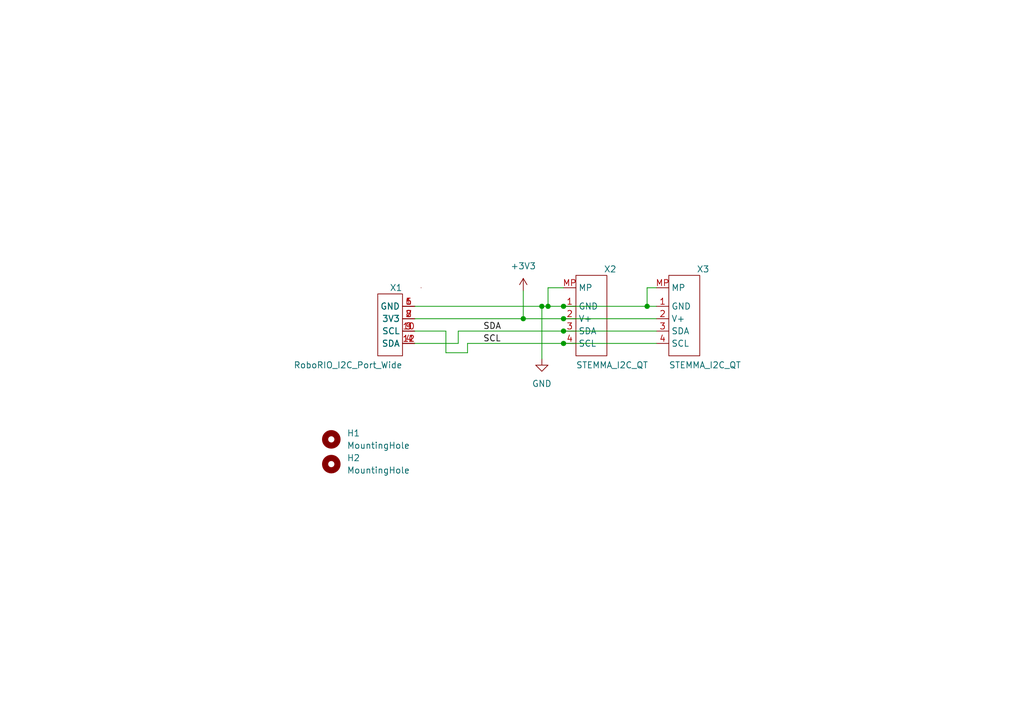
<source format=kicad_sch>
(kicad_sch (version 20211123) (generator eeschema)
  (paper "A5")
  (lib_symbols
    (symbol "Appreciate:RoboRIO_I2C_Port_Wide"
      (property "Reference" "X" (at 0 -7.62 0))
      (property "Value" "RoboRIO_I2C_Port_Wide" (at 0 7.62 0))
      (symbol "RoboRIO_I2C_Port_Wide_0_1"
        (rectangle (start -6.35 7.62) (end -6.35 7.62))
        (rectangle (start -2.54 6.35) (end 2.54 -6.35))
      )
      (symbol "RoboRIO_I2C_Port_Wide_1_1"
        (pin passive line (at -5.08 3.81 0) (length 2.54) (name "GND") (number "1"))
        (pin passive line (at -5.08 -1.27 0) (length 2.54) (name "SCL") (number "10"))
        (pin passive line (at -5.08 -3.81 0) (length 2.54) (name "SDA") (number "11"))
        (pin passive line (at -5.08 -3.81 0) (length 2.54) (name "SDA") (number "12"))
        (pin passive line (at -5.08 1.27 0) (length 2.54) (name "3V3") (number "2"))
        (pin passive line (at -5.08 -1.27 0) (length 2.54) (name "SCL") (number "3"))
        (pin passive line (at -5.08 -3.81 0) (length 2.54) (name "SDA") (number "4"))
        (pin passive line (at -5.08 3.81 0) (length 2.54) (name "GND") (number "5"))
        (pin passive line (at -5.08 3.81 0) (length 2.54) (name "GND") (number "6"))
        (pin passive line (at -5.08 1.27 0) (length 2.54) (name "3V3") (number "7"))
        (pin passive line (at -5.08 1.27 0) (length 2.54) (name "3V3") (number "8"))
        (pin passive line (at -5.08 -1.27 0) (length 2.54) (name "SCL") (number "9"))
      )
    )
    (symbol "Appreciate:STEMMA_I2C_QT"
      (property "Reference" "X" (at 2.54 20.32 0))
      (property "Value" "STEMMA_I2C_QT" (at 2.54 -2.54 0))
      (symbol "STEMMA_I2C_QT_0_1"
        (rectangle (start 0 16.51) (end 6.35 0))
      )
      (symbol "STEMMA_I2C_QT_1_1"
        (pin power_out line (at -2.54 10.16 0) (length 2.54) (name "GND") (number "1"))
        (pin power_out line (at -2.54 7.62 0) (length 2.54) (name "V+") (number "2"))
        (pin bidirectional line (at -2.54 5.08 0) (length 2.54) (name "SDA") (number "3"))
        (pin bidirectional line (at -2.54 2.54 0) (length 2.54) (name "SCL") (number "4"))
        (pin input line (at -2.54 13.97 0) (length 2.54) (name "MP") (number "MP"))
      )
    )
    (symbol "Mechanical:MountingHole" (pin_names (offset 1.016))
      (property "Reference" "H" (at 0 5.08 0))
      (property "Value" "MountingHole" (at 0 3.175 0))
      (symbol "MountingHole_0_1"
        (circle (center 0 0) (radius 1.27) (stroke (width 1.27)))
      )
    )
    (symbol "power:+3V3" (power) (pin_names (offset 0))
      (property "Value" "+3V3" (at 0 3.556 0))
      (symbol "+3V3_0_1"
        (polyline (pts (xy -0.762 1.27) (xy 0 2.54)))
        (polyline (pts (xy 0 0) (xy 0 2.54)))
        (polyline (pts (xy 0 2.54) (xy 0.762 1.27)))
      )
      (symbol "+3V3_1_1"
        (pin power_in line (at 0 0 90) (length 0) hide (name "+3V3") (number "1"))
      )
    )
    (symbol "power:GND" (power) (pin_names (offset 0))
      (property "Value" "GND" (at 0 -3.81 0))
      (symbol "GND_0_1"
        (polyline (pts (xy 0 0) (xy 0 -1.27) (xy 1.27 -1.27) (xy 0 -2.54) (xy -1.27 -1.27) (xy 0 -1.27)))
      )
      (symbol "GND_1_1"
        (pin power_in line (at 0 0 270) (length 0) hide (name "GND") (number "1"))
      )
    )
  )
  (junction (at 115.57 67.945))
  (junction (at 112.395 62.865))
  (junction (at 107.315 65.405))
  (junction (at 132.715 62.865))
  (junction (at 115.57 62.865))
  (junction (at 115.57 65.405))
  (junction (at 115.57 70.485))
  (junction (at 111.125 62.865))
  (wire (pts (xy 85.09 65.405) (xy 107.315 65.405)))
  (wire (pts (xy 95.885 70.485) (xy 95.885 72.39)))
  (wire (pts (xy 85.09 70.485) (xy 93.98 70.485)))
  (wire (pts (xy 95.885 70.485) (xy 115.57 70.485)))
  (wire (pts (xy 134.62 59.055) (xy 132.715 59.055)))
  (wire (pts (xy 111.125 62.865) (xy 112.395 62.865)))
  (wire (pts (xy 111.125 62.865) (xy 111.125 73.66)))
  (wire (pts (xy 112.395 62.865) (xy 115.57 62.865)))
  (wire (pts (xy 95.885 72.39) (xy 91.44 72.39)))
  (wire (pts (xy 115.57 59.055) (xy 112.395 59.055)))
  (wire (pts (xy 107.315 59.69) (xy 107.315 65.405)))
  (wire (pts (xy 115.57 65.405) (xy 134.62 65.405)))
  (wire (pts (xy 93.98 67.945) (xy 115.57 67.945)))
  (wire (pts (xy 107.315 65.405) (xy 115.57 65.405)))
  (wire (pts (xy 132.715 59.055) (xy 132.715 62.865)))
  (wire (pts (xy 115.57 70.485) (xy 134.62 70.485)))
  (wire (pts (xy 91.44 72.39) (xy 91.44 67.945)))
  (wire (pts (xy 115.57 62.865) (xy 132.715 62.865)))
  (wire (pts (xy 85.09 62.865) (xy 111.125 62.865)))
  (wire (pts (xy 132.715 62.865) (xy 134.62 62.865)))
  (wire (pts (xy 115.57 67.945) (xy 134.62 67.945)))
  (wire (pts (xy 112.395 59.055) (xy 112.395 62.865)))
  (wire (pts (xy 93.98 70.485) (xy 93.98 67.945)))
  (wire (pts (xy 85.09 67.945) (xy 91.44 67.945)))
  (label "SDA" (at 99.06 67.945 0))
  (label "SCL" (at 99.06 70.485 0))
  (symbol (lib_id "power:GND") (at 111.125 73.66 0) (unit 1)
    (property "Reference" "#PWR02" (effects hide))
    (property "Value" "GND" (at 111.125 78.74 0))
  )
  (symbol (lib_id "Appreciate:RoboRIO_I2C_Port_Wide") (at 80.01 66.675 0) (mirror y) (unit 1)
    (property "Reference" "X1" (at 82.55 59.055 0) (effects (justify left)))
    (property "Value" "RoboRIO_I2C_Port_Wide" (at 82.55 74.93 0) (effects (justify left)))
    (property "Footprint" "Appreciate:RoboRIO_I2C_Port_Wide" (effects hide))
  )
  (symbol (lib_id "power:+3V3") (at 107.315 59.69 0) (unit 1)
    (property "Reference" "#PWR01" (effects hide))
    (property "Value" "+3V3" (at 107.315 54.61 0))
  )
  (symbol (lib_id "Appreciate:STEMMA_I2C_QT") (at 137.16 73.025 0) (unit 1)
    (property "Reference" "X3" (at 142.875 55.245 0) (effects (justify left)))
    (property "Value" "STEMMA_I2C_QT" (at 137.16 74.93 0) (effects (justify left)))
    (property "Footprint" "Connector_JST:JST_SH_SM04B-SRSS-TB_1x04-1MP_P1.00mm_Horizontal" (effects hide))
  )
  (symbol (lib_id "Mechanical:MountingHole") (at 67.945 95.25 0) (unit 1)
    (property "Reference" "H2" (at 71.12 93.9799 0) (effects (justify left)))
    (property "Value" "MountingHole" (at 71.12 96.5199 0) (effects (justify left)))
    (property "Footprint" "MountingHole:MountingHole_2.2mm_M2_ISO7380_Pad" (effects hide))
  )
  (symbol (lib_id "Appreciate:STEMMA_I2C_QT") (at 118.11 73.025 0) (unit 1)
    (property "Reference" "X2" (at 123.825 55.245 0) (effects (justify left)))
    (property "Value" "STEMMA_I2C_QT" (at 118.11 74.93 0) (effects (justify left)))
    (property "Footprint" "Connector_JST:JST_SH_SM04B-SRSS-TB_1x04-1MP_P1.00mm_Horizontal" (effects hide))
  )
  (symbol (lib_id "Mechanical:MountingHole") (at 67.945 90.17 0) (unit 1)
    (property "Reference" "H1" (at 71.12 88.8999 0) (effects (justify left)))
    (property "Value" "MountingHole" (at 71.12 91.4399 0) (effects (justify left)))
    (property "Footprint" "MountingHole:MountingHole_2.2mm_M2_ISO7380_Pad" (effects hide))
  )
)
</source>
